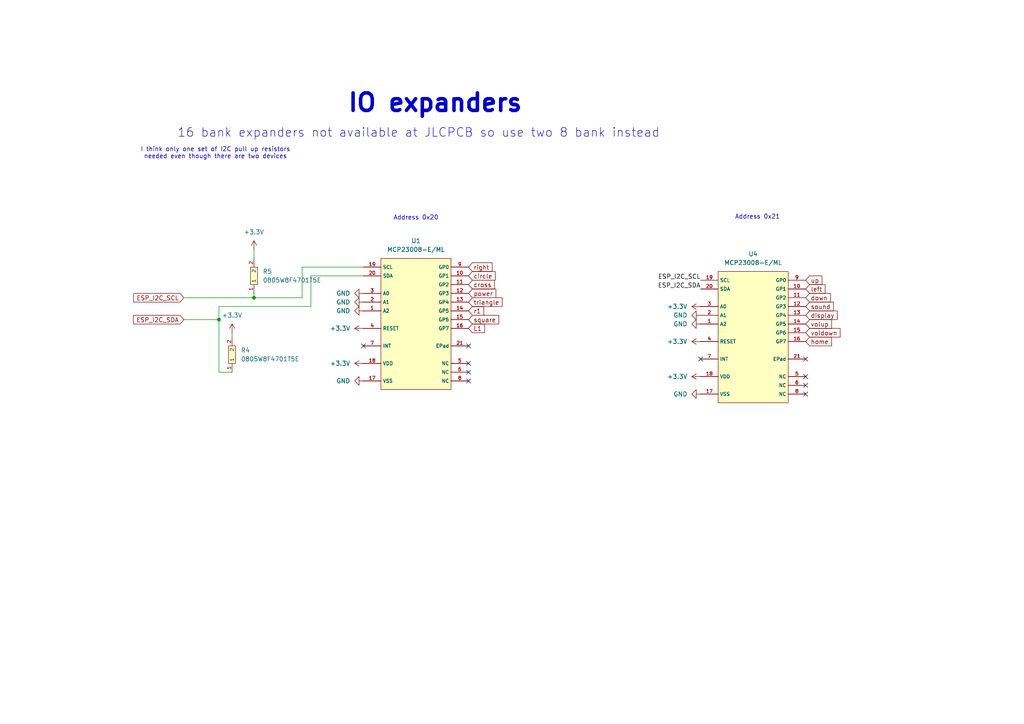
<source format=kicad_sch>
(kicad_sch (version 20231120) (generator "eeschema") (generator_version "8.0")
  (paper "A4")
  (title_block (title "PSP-Bluetooth") (date "2024-07-25") (rev "0.1") (comment 2 "https://github.com/ste2425/PSP-Bluetooth") (comment 4 "UNDER REVIEW - SUBJECT TO CHANGE"))
  (lib_symbols
    (symbol "JLCPCB_schematic:0805W8F4701T5E"
      (property "Reference" "R" (at 0 1.27 0))
      (property "Value" "0805W8F4701T5E" (at 0 -2.54 0))
      (symbol "0805W8F4701T5E_0_1"
        (rectangle (start -2.54 1.016) (end 2.54 -1.016) (fill (type background)))
        (pin input line (at -5.08 0 0) (length 2.54) (name "1") (number "1"))
        (pin input line (at 5.08 0 180) (length 2.54) (name "2") (number "2"))
      )
    )
    (symbol "JLCPCB_schematic:MCP23008-E/ML"
      (property "Reference" "U" (at 0 1.27 0))
      (property "Value" "MCP23008-E{slash}ML" (at 0 -2.54 0))
      (symbol "MCP23008-E/ML_0_1"
        (rectangle (start -10.16 19.05) (end 10.16 -19.05) (fill (type background)))
        (pin unspecified line (at -15.24 3.81 0) (length 5.08) (name "A2") (number "1"))
        (pin bidirectional line (at 15.24 13.97 180) (length 5.08) (name "GP1") (number "10"))
        (pin bidirectional line (at 15.24 11.43 180) (length 5.08) (name "GP2") (number "11"))
        (pin bidirectional line (at 15.24 8.89 180) (length 5.08) (name "GP3") (number "12"))
        (pin bidirectional line (at 15.24 6.35 180) (length 5.08) (name "GP4") (number "13"))
        (pin bidirectional line (at 15.24 3.81 180) (length 5.08) (name "GP5") (number "14"))
        (pin bidirectional line (at 15.24 1.27 180) (length 5.08) (name "GP6") (number "15"))
        (pin bidirectional line (at 15.24 -1.27 180) (length 5.08) (name "GP7") (number "16"))
        (pin power_in line (at -15.24 -16.51 0) (length 5.08) (name "VSS") (number "17"))
        (pin power_in line (at -15.24 -11.43 0) (length 5.08) (name "VDD") (number "18"))
        (pin unspecified line (at -15.24 16.51 0) (length 5.08) (name "SCL") (number "19"))
        (pin unspecified line (at -15.24 6.35 0) (length 5.08) (name "A1") (number "2"))
        (pin bidirectional line (at -15.24 13.97 0) (length 5.08) (name "SDA") (number "20"))
        (pin unspecified line (at 15.24 -6.35 180) (length 5.08) (name "EPad") (number "21"))
        (pin unspecified line (at -15.24 8.89 0) (length 5.08) (name "A0") (number "3"))
        (pin unspecified line (at -15.24 -1.27 0) (length 5.08) (name "RESET") (number "4"))
        (pin unspecified line (at 15.24 -11.43 180) (length 5.08) (name "NC") (number "5"))
        (pin unspecified line (at 15.24 -13.97 180) (length 5.08) (name "NC") (number "6"))
        (pin unspecified line (at -15.24 -6.35 0) (length 5.08) (name "INT") (number "7"))
        (pin unspecified line (at 15.24 -16.51 180) (length 5.08) (name "NC") (number "8"))
        (pin bidirectional line (at 15.24 16.51 180) (length 5.08) (name "GP0") (number "9"))
      )
    )
    (symbol "power:+3.3V" (power) (pin_numbers hide) (pin_names (offset 0) hide)
      (property "Value" "+3.3V" (at 0 3.556 0))
      (symbol "+3.3V_0_1"
        (polyline (pts (xy -0.762 1.27) (xy 0 2.54)))
        (polyline (pts (xy 0 0) (xy 0 2.54)))
        (polyline (pts (xy 0 2.54) (xy 0.762 1.27)))
      )
      (symbol "+3.3V_1_1"
        (pin power_in line (at 0 0 90) (length 0) (name "~") (number "1"))
      )
    )
    (symbol "power:GND" (power) (pin_numbers hide) (pin_names (offset 0) hide)
      (property "Value" "GND" (at 0 -3.81 0))
      (symbol "GND_0_1"
        (polyline (pts (xy 0 0) (xy 0 -1.27) (xy 1.27 -1.27) (xy 0 -2.54) (xy -1.27 -1.27) (xy 0 -1.27)))
      )
      (symbol "GND_1_1"
        (pin power_in line (at 0 0 270) (length 0) (name "~") (number "1"))
      )
    )
  )
  (junction (at 63.5 92.71))
  (junction (at 73.66 86.36))
  (no_connect (at 233.68 111.76))
  (no_connect (at 135.89 100.33))
  (no_connect (at 135.89 105.41))
  (no_connect (at 135.89 107.95))
  (no_connect (at 135.89 110.49))
  (no_connect (at 233.68 104.14))
  (no_connect (at 203.2 104.14))
  (no_connect (at 233.68 109.22))
  (no_connect (at 105.41 100.33))
  (no_connect (at 233.68 114.3))
  (wire (pts (xy 73.66 86.36) (xy 87.63 86.36)))
  (wire (pts (xy 63.5 92.71) (xy 63.5 88.9)))
  (wire (pts (xy 67.31 96.52) (xy 67.31 97.79)))
  (wire (pts (xy 53.34 86.36) (xy 73.66 86.36)))
  (wire (pts (xy 63.5 88.9) (xy 90.17 88.9)))
  (wire (pts (xy 87.63 86.36) (xy 87.63 77.47)))
  (wire (pts (xy 63.5 107.95) (xy 63.5 92.71)))
  (wire (pts (xy 105.41 80.01) (xy 90.17 80.01)))
  (wire (pts (xy 73.66 72.39) (xy 73.66 74.93)))
  (wire (pts (xy 53.34 92.71) (xy 63.5 92.71)))
  (wire (pts (xy 87.63 77.47) (xy 105.41 77.47)))
  (wire (pts (xy 73.66 85.09) (xy 73.66 86.36)))
  (wire (pts (xy 90.17 80.01) (xy 90.17 88.9)))
  (wire (pts (xy 67.31 107.95) (xy 63.5 107.95)))
  (text "Address 0x20" (at 120.65 63.246 0) (effects (font (size 1.27 1.27))))
  (text "16 bank expanders not available at JLCPCB so use two 8 bank instead" (at 121.412 38.608 0) (effects (font (size 2.54 2.54))))
  (text "Address 0x21" (at 219.71 62.992 0) (effects (font (size 1.27 1.27))))
  (text "I think only one set of I2C pull up resistors\nneeded even though there are two devices" (at 62.484 44.45 0) (effects (font (size 1.27 1.27))))
  (text "IO expanders" (at 126.238 29.972 0) (effects (font (size 5.08 5.08) (bold yes))))
  (label "ESP_I2C_SDA" (at 203.2 83.82 180))
  (label "ESP_I2C_SCL" (at 203.2 81.28 180))
  (global_label "r1" (shape input) (at 135.89 90.17 0) (property "Intersheetrefs" "${INTERSHEET_REFS}" (effects (hide yes))))
  (global_label "voldown" (shape input) (at 233.68 96.52 0) (property "Intersheetrefs" "${INTERSHEET_REFS}" (effects (hide yes))))
  (global_label "volup" (shape input) (at 233.68 93.98 0) (property "Intersheetrefs" "${INTERSHEET_REFS}" (effects (hide yes))))
  (global_label "home" (shape input) (at 233.68 99.06 0) (property "Intersheetrefs" "${INTERSHEET_REFS}" (effects (hide yes))))
  (global_label "right" (shape input) (at 135.89 77.47 0) (property "Intersheetrefs" "${INTERSHEET_REFS}" (effects (hide yes))))
  (global_label "circle" (shape input) (at 135.89 80.01 0) (property "Intersheetrefs" "${INTERSHEET_REFS}" (effects (hide yes))))
  (global_label "L1" (shape input) (at 135.89 95.25 0) (property "Intersheetrefs" "${INTERSHEET_REFS}" (effects (hide yes))))
  (global_label "power" (shape input) (at 135.89 85.09 0) (property "Intersheetrefs" "${INTERSHEET_REFS}" (effects (hide yes))))
  (global_label "down" (shape input) (at 233.68 86.36 0) (property "Intersheetrefs" "${INTERSHEET_REFS}" (effects (hide yes))))
  (global_label "square" (shape input) (at 135.89 92.71 0) (property "Intersheetrefs" "${INTERSHEET_REFS}" (effects (hide yes))))
  (global_label "display" (shape input) (at 233.68 91.44 0) (property "Intersheetrefs" "${INTERSHEET_REFS}" (effects (hide yes))))
  (global_label "up" (shape input) (at 233.68 81.28 0) (property "Intersheetrefs" "${INTERSHEET_REFS}" (effects (hide yes))))
  (global_label "left" (shape input) (at 233.68 83.82 0) (property "Intersheetrefs" "${INTERSHEET_REFS}" (effects (hide yes))))
  (global_label "triangle" (shape input) (at 135.89 87.63 0) (property "Intersheetrefs" "${INTERSHEET_REFS}" (effects (hide yes))))
  (global_label "ESP_I2C_SDA" (shape input) (at 53.34 92.71 180) (property "Intersheetrefs" "${INTERSHEET_REFS}" (effects (hide yes))))
  (global_label "ESP_I2C_SCL" (shape input) (at 53.34 86.36 180) (property "Intersheetrefs" "${INTERSHEET_REFS}" (effects (hide yes))))
  (global_label "cross" (shape input) (at 135.89 82.55 0) (property "Intersheetrefs" "${INTERSHEET_REFS}" (effects (hide yes))))
  (global_label "sound" (shape input) (at 233.68 88.9 0) (property "Intersheetrefs" "${INTERSHEET_REFS}" (effects (hide yes))))
  (symbol (lib_id "power:+3.3V") (at 73.66 72.39 0) (unit 1)
    (property "Reference" "#PWR012" (effects (hide yes)))
    (property "Value" "+3.3V" (at 73.66 67.31 0))
    (property "Description" "Power symbol creates a global label with name \"+3.3V\"" (effects (hide yes)))
  )
  (symbol (lib_id "power:+3.3V") (at 203.2 88.9 90) (unit 1)
    (property "Reference" "#PWR043" (effects (hide yes)))
    (property "Value" "+3.3V" (at 199.39 88.8999 90) (effects (justify left)))
    (property "Description" "Power symbol creates a global label with name \"+3.3V\"" (effects (hide yes)))
  )
  (symbol (lib_id "power:+3.3V") (at 203.2 99.06 90) (unit 1)
    (property "Reference" "#PWR048" (effects (hide yes)))
    (property "Value" "+3.3V" (at 199.39 99.0599 90) (effects (justify left)))
    (property "Description" "Power symbol creates a global label with name \"+3.3V\"" (effects (hide yes)))
  )
  (symbol (lib_id "power:GND") (at 105.41 90.17 270) (unit 1)
    (property "Reference" "#PWR030" (effects (hide yes)))
    (property "Value" "GND" (at 101.6 90.1699 90) (effects (justify right)))
    (property "Description" "Power symbol creates a global label with name \"GND\" , ground" (effects (hide yes)))
  )
  (symbol (lib_id "power:GND") (at 203.2 114.3 270) (unit 1)
    (property "Reference" "#PWR050" (effects (hide yes)))
    (property "Value" "GND" (at 199.39 114.2999 90) (effects (justify right)))
    (property "Description" "Power symbol creates a global label with name \"GND\" , ground" (effects (hide yes)))
  )
  (symbol (lib_id "JLCPCB_schematic:0805W8F4701T5E") (at 73.66 80.01 90) (unit 1)
    (property "Reference" "R5" (at 76.2 78.7399 90) (effects (justify right)))
    (property "Value" "0805W8F4701T5E" (at 76.2 81.2799 90) (effects (justify right)))
    (property "Footprint" "JLCPCB_footprint:R0805" (effects (hide yes)))
    (property "Datasheet" "https://item.szlcsc.com/142685.html" (effects (hide yes)))
    (property "Description" "4.7K" (effects (hide yes)))
    (property "LCSC" "C17673" (effects (hide yes)))
  )
  (symbol (lib_id "power:+3.3V") (at 67.31 96.52 0) (unit 1)
    (property "Reference" "#PWR03" (effects (hide yes)))
    (property "Value" "+3.3V" (at 67.31 91.44 0))
    (property "Description" "Power symbol creates a global label with name \"+3.3V\"" (effects (hide yes)))
  )
  (symbol (lib_id "power:+3.3V") (at 105.41 105.41 90) (unit 1)
    (property "Reference" "#PWR041" (effects (hide yes)))
    (property "Value" "+3.3V" (at 101.6 105.4099 90) (effects (justify left)))
    (property "Description" "Power symbol creates a global label with name \"+3.3V\"" (effects (hide yes)))
  )
  (symbol (lib_id "power:+3.3V") (at 203.2 109.22 90) (unit 1)
    (property "Reference" "#PWR049" (effects (hide yes)))
    (property "Value" "+3.3V" (at 199.39 109.2199 90) (effects (justify left)))
    (property "Description" "Power symbol creates a global label with name \"+3.3V\"" (effects (hide yes)))
  )
  (symbol (lib_id "power:+3.3V") (at 105.41 95.25 90) (unit 1)
    (property "Reference" "#PWR031" (effects (hide yes)))
    (property "Value" "+3.3V" (at 101.6 95.2499 90) (effects (justify left)))
    (property "Description" "Power symbol creates a global label with name \"+3.3V\"" (effects (hide yes)))
  )
  (symbol (lib_id "power:GND") (at 105.41 87.63 270) (unit 1)
    (property "Reference" "#PWR020" (effects (hide yes)))
    (property "Value" "GND" (at 101.6 87.6299 90) (effects (justify right)))
    (property "Description" "Power symbol creates a global label with name \"GND\" , ground" (effects (hide yes)))
  )
  (symbol (lib_id "power:GND") (at 203.2 93.98 270) (unit 1)
    (property "Reference" "#PWR046" (effects (hide yes)))
    (property "Value" "GND" (at 199.39 93.9799 90) (effects (justify right)))
    (property "Description" "Power symbol creates a global label with name \"GND\" , ground" (effects (hide yes)))
  )
  (symbol (lib_id "power:GND") (at 105.41 85.09 270) (unit 1)
    (property "Reference" "#PWR015" (effects (hide yes)))
    (property "Value" "GND" (at 101.6 85.0899 90) (effects (justify right)))
    (property "Description" "Power symbol creates a global label with name \"GND\" , ground" (effects (hide yes)))
  )
  (symbol (lib_id "JLCPCB_schematic:MCP23008-E/ML") (at 120.65 93.98 0) (unit 1)
    (property "Reference" "U1" (at 120.65 69.85 0))
    (property "Value" "MCP23008-E/ML" (at 120.65 72.39 0))
    (property "Footprint" "JLCPCB_footprint:QFN-20_L4.0-W4.0-P0.50-BL-EP2.7" (effects (hide yes)))
    (property "Datasheet" "https://item.szlcsc.com/476102.html" (effects (hide yes)))
    (property "Description" "IO Expander 8pin" (effects (hide yes)))
    (property "LCSC" "C144211" (effects (hide yes)))
  )
  (symbol (lib_id "power:GND") (at 105.41 110.49 270) (unit 1)
    (property "Reference" "#PWR042" (effects (hide yes)))
    (property "Value" "GND" (at 101.6 110.4899 90) (effects (justify right)))
    (property "Description" "Power symbol creates a global label with name \"GND\" , ground" (effects (hide yes)))
  )
  (symbol (lib_id "power:GND") (at 203.2 91.44 270) (unit 1)
    (property "Reference" "#PWR045" (effects (hide yes)))
    (property "Value" "GND" (at 199.39 91.4399 90) (effects (justify right)))
    (property "Description" "Power symbol creates a global label with name \"GND\" , ground" (effects (hide yes)))
  )
  (symbol (lib_id "JLCPCB_schematic:MCP23008-E/ML") (at 218.44 97.79 0) (unit 1)
    (property "Reference" "U4" (at 218.44 73.66 0))
    (property "Value" "MCP23008-E/ML" (at 218.44 76.2 0))
    (property "Footprint" "JLCPCB_footprint:QFN-20_L4.0-W4.0-P0.50-BL-EP2.7" (effects (hide yes)))
    (property "Datasheet" "https://item.szlcsc.com/476102.html" (effects (hide yes)))
    (property "Description" "IO Expander 8pin" (effects (hide yes)))
    (property "LCSC" "C144211" (effects (hide yes)))
  )
  (symbol (lib_id "JLCPCB_schematic:0805W8F4701T5E") (at 67.31 102.87 90) (unit 1)
    (property "Reference" "R4" (at 69.85 101.5999 90) (effects (justify right)))
    (property "Value" "0805W8F4701T5E" (at 69.85 104.1399 90) (effects (justify right)))
    (property "Footprint" "JLCPCB_footprint:R0805" (effects (hide yes)))
    (property "Datasheet" "https://item.szlcsc.com/142685.html" (effects (hide yes)))
    (property "Description" "4.7K" (effects (hide yes)))
    (property "LCSC" "C17673" (effects (hide yes)))
  )
)
</source>
